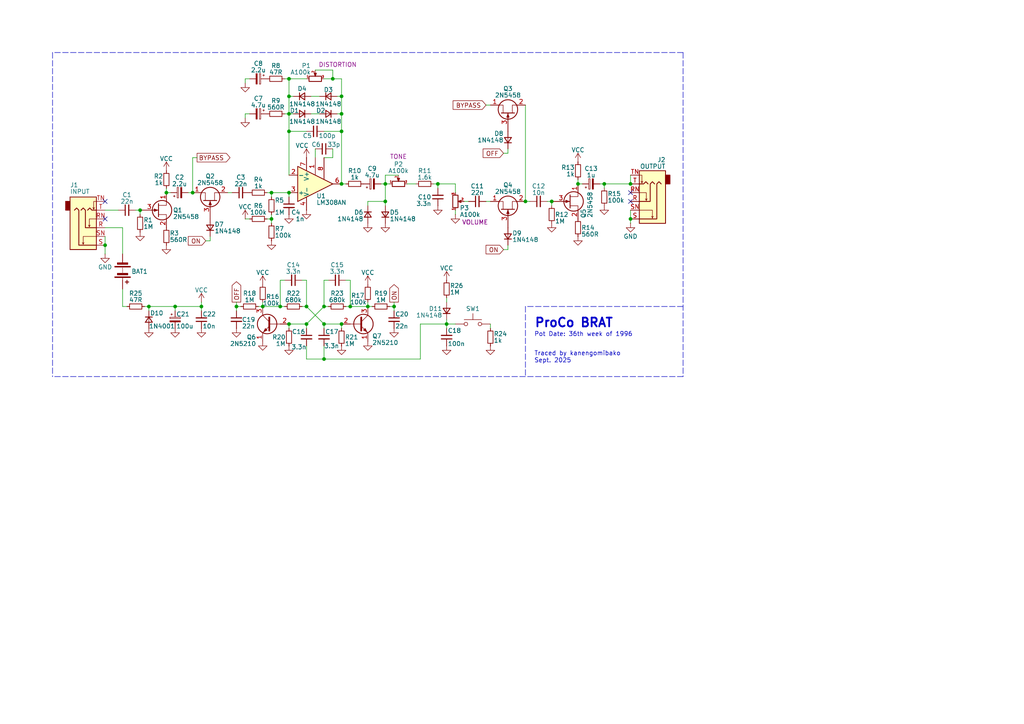
<source format=kicad_sch>
(kicad_sch (version 20250114) (generator "eeschema") (generator_version "9.0")
  (paper "A4")
  (lib_symbols
    (symbol "Amplifier_Operational:OP07" (pin_names (offset 0.127))
      (property "Reference" "U3" (at 8.89 6.4202 0))
      (property "Value" "OP07" (at 8.89 3.8802 0))
      (symbol "OP07_0_1"
        (polyline (pts (xy -5.08 5.08) (xy 5.08 0) (xy -5.08 -5.08) (xy -5.08 5.08)) (stroke (width 0.254)) (fill (type background)))
      )
      (symbol "OP07_1_1"
        (pin input line (at -7.62 2.54 0) (length 2.54) (name "+") (number "3"))
        (pin input line (at -7.62 -2.54 0) (length 2.54) (name "-") (number "2"))
        (pin power_in line (at -2.54 7.62 270) (length 3.81) (name "V-") (number "4"))
        (pin power_in line (at -2.54 -7.62 90) (length 3.81) (name "V+") (number "7"))
        (pin no_connect line (at 0 2.54 270) (length 2.54) (hide yes) (name "NC") (number "5"))
        (pin input line (at 0 -7.62 90) (length 5.08) (name "") (number "1"))
        (pin input line (at 2.54 -7.62 90) (length 6.35) (name "") (number "8"))
        (pin output line (at 7.62 0 180) (length 2.54) (name "~") (number "6"))
      )
    )
    (symbol "Connector_Audio:AudioJack3_Switch"
      (property "Reference" "J" (at 0 11.43 0))
      (property "Value" "AudioJack3_Switch" (at 0 8.89 0))
      (symbol "AudioJack3_Switch_0_1"
        (rectangle (start -5.08 -5.08) (end -6.35 -7.62) (stroke (width 0.254)) (fill (type outline)))
        (polyline (pts (xy -1.905 -5.08) (xy -1.27 -5.715) (xy -0.635 -5.08) (xy -0.635 0) (xy 2.54 0)) (stroke (width 0.254)))
        (polyline (pts (xy -1.27 4.826) (xy -1.016 4.318)))
        (polyline (pts (xy 0 -5.08) (xy 0.635 -5.715) (xy 1.27 -5.08) (xy 2.54 -5.08)) (stroke (width 0.254)))
        (polyline (pts (xy 0.508 -0.254) (xy 0.762 -0.762)))
        (polyline (pts (xy 1.778 -5.334) (xy 2.032 -5.842)))
        (rectangle (start 2.54 6.35) (end -5.08 -8.89) (stroke (width 0.254)) (fill (type background)))
        (polyline (pts (xy 2.54 5.08) (xy -2.54 5.08) (xy -2.54 -5.08) (xy -3.175 -5.715) (xy -3.81 -5.08)) (stroke (width 0.254)))
        (polyline (pts (xy 2.54 2.54) (xy -1.27 2.54) (xy -1.27 4.826) (xy -1.524 4.318)))
        (polyline (pts (xy 2.54 -2.54) (xy 0.508 -2.54) (xy 0.508 -0.254) (xy 0.254 -0.762)))
        (polyline (pts (xy 2.54 -7.62) (xy 1.778 -7.62) (xy 1.778 -5.334) (xy 1.524 -5.842)))
      )
      (symbol "AudioJack3_Switch_1_1"
        (pin passive line (at 5.08 5.08 180) (length 2.54) (name "~") (number "S"))
        (pin passive line (at 5.08 2.54 180) (length 2.54) (name "~") (number "SN"))
        (pin passive line (at 5.08 0 180) (length 2.54) (name "~") (number "R"))
        (pin passive line (at 5.08 -2.54 180) (length 2.54) (name "~") (number "RN"))
        (pin passive line (at 5.08 -5.08 180) (length 2.54) (name "~") (number "T"))
        (pin passive line (at 5.08 -7.62 180) (length 2.54) (name "~") (number "TN"))
      )
    )
    (symbol "Device:Battery" (pin_numbers (hide yes)) (pin_names (offset 0) (hide yes))
      (property "Reference" "BT" (at 2.54 2.54 0))
      (property "Value" "Battery" (at 2.54 0 0))
      (symbol "Battery_0_1"
        (rectangle (start -2.286 1.778) (end 2.286 1.524) (fill (type outline)))
        (rectangle (start -2.286 -1.27) (end 2.286 -1.524) (fill (type outline)))
        (rectangle (start -1.524 1.016) (end 1.524 0.508) (fill (type outline)))
        (rectangle (start -1.524 -2.032) (end 1.524 -2.54) (fill (type outline)))
        (polyline (pts (xy 0 1.778) (xy 0 2.54)))
        (polyline (pts (xy 0 0) (xy 0 0.254)))
        (polyline (pts (xy 0 -0.508) (xy 0 -0.254)))
        (polyline (pts (xy 0 -1.016) (xy 0 -0.762)))
        (polyline (pts (xy 0.762 3.048) (xy 1.778 3.048)) (stroke (width 0.254)))
        (polyline (pts (xy 1.27 3.556) (xy 1.27 2.54)) (stroke (width 0.254)))
      )
      (symbol "Battery_1_1"
        (pin passive line (at 0 5.08 270) (length 2.54) (name "+") (number "1"))
        (pin passive line (at 0 -5.08 90) (length 2.54) (name "-") (number "2"))
      )
    )
    (symbol "Device:C_Polarized_Small" (pin_numbers (hide yes)) (pin_names (offset 0.254) (hide yes))
      (property "Reference" "C" (at 0.254 1.778 0))
      (property "Value" "C_Polarized_Small" (at 0.254 -2.032 0))
      (symbol "C_Polarized_Small_0_1"
        (rectangle (start -1.524 0.6858) (end 1.524 0.3048))
        (rectangle (start -1.524 -0.3048) (end 1.524 -0.6858) (fill (type outline)))
        (polyline (pts (xy -1.27 1.524) (xy -0.762 1.524)))
        (polyline (pts (xy -1.016 1.27) (xy -1.016 1.778)))
      )
      (symbol "C_Polarized_Small_1_1"
        (pin passive line (at 0 2.54 270) (length 1.8542) (name "~") (number "1"))
        (pin passive line (at 0 -2.54 90) (length 1.8542) (name "~") (number "2"))
      )
    )
    (symbol "Device:C_Small" (pin_numbers (hide yes)) (pin_names (offset 0.254) (hide yes))
      (property "Reference" "C" (at 0.254 1.778 0))
      (property "Value" "C_Small" (at 0.254 -2.032 0))
      (symbol "C_Small_0_1"
        (polyline (pts (xy -1.524 0.508) (xy 1.524 0.508)) (stroke (width 0.3048)))
        (polyline (pts (xy -1.524 -0.508) (xy 1.524 -0.508)) (stroke (width 0.3302)))
      )
      (symbol "C_Small_1_1"
        (pin passive line (at 0 2.54 270) (length 2.032) (name "~") (number "1"))
        (pin passive line (at 0 -2.54 90) (length 2.032) (name "~") (number "2"))
      )
    )
    (symbol "Device:D_Small" (pin_numbers (hide yes)) (pin_names (offset 0.254) (hide yes))
      (property "Reference" "D" (at -1.27 2.032 0))
      (property "Value" "D_Small" (at -3.81 -2.032 0))
      (symbol "D_Small_0_1"
        (polyline (pts (xy -0.762 0) (xy 0.762 0)))
        (polyline (pts (xy -0.762 -1.016) (xy -0.762 1.016)) (stroke (width 0.254)))
        (polyline (pts (xy 0.762 -1.016) (xy -0.762 0) (xy 0.762 1.016) (xy 0.762 -1.016)) (stroke (width 0.254)))
      )
      (symbol "D_Small_1_1"
        (pin passive line (at -2.54 0 0) (length 1.778) (name "K") (number "1"))
        (pin passive line (at 2.54 0 180) (length 1.778) (name "A") (number "2"))
      )
    )
    (symbol "Device:Q_NJFET_DSG" (pin_names (offset 0) (hide yes))
      (property "Reference" "Q" (at 5.08 1.27 0))
      (property "Value" "Q_NJFET_DSG" (at 5.08 -1.27 0))
      (symbol "Q_NJFET_DSG_0_1"
        (polyline (pts (xy 0 0) (xy -1.016 0.381) (xy -1.016 -0.381) (xy 0 0)) (fill (type outline)))
        (polyline (pts (xy 0.254 1.905) (xy 0.254 -1.905) (xy 0.254 -1.905)) (stroke (width 0.254)))
        (circle (center 1.27 0) (radius 2.8194) (stroke (width 0.254)))
        (polyline (pts (xy 2.54 2.54) (xy 2.54 1.397) (xy 0.254 1.397)))
        (polyline (pts (xy 2.54 -2.54) (xy 2.54 -1.27) (xy 0.254 -1.27)))
      )
      (symbol "Q_NJFET_DSG_1_1"
        (pin input line (at -5.08 0 0) (length 5.334) (name "G") (number "3"))
        (pin passive line (at 2.54 5.08 270) (length 2.54) (name "D") (number "1"))
        (pin passive line (at 2.54 -5.08 90) (length 2.54) (name "S") (number "2"))
      )
    )
    (symbol "Device:R_Potentiometer_Small" (pin_names (offset 1.016) (hide yes))
      (property "Reference" "RV" (at -4.445 0 90))
      (property "Value" "R_Potentiometer_Small" (at -2.54 0 90))
      (symbol "R_Potentiometer_Small_0_1"
        (rectangle (start 0.762 1.8034) (end -0.762 -1.8034) (stroke (width 0.254)))
        (polyline (pts (xy 0.889 0) (xy 0.635 0) (xy 1.651 0.381) (xy 1.651 -0.381) (xy 0.635 0) (xy 0.889 0)) (fill (type outline)))
      )
      (symbol "R_Potentiometer_Small_1_1"
        (pin passive line (at 0 2.54 270) (length 0.635) (name "1") (number "1"))
        (pin passive line (at 0 -2.54 90) (length 0.635) (name "3") (number "3"))
        (pin passive line (at 2.54 0 180) (length 0.9906) (name "2") (number "2"))
      )
    )
    (symbol "Device:R_Small" (pin_numbers (hide yes)) (pin_names (offset 0.254) (hide yes))
      (property "Reference" "R" (at 0 0 90))
      (property "Value" "R_Small" (at 1.778 0 90))
      (symbol "R_Small_0_1"
        (rectangle (start -0.762 1.778) (end 0.762 -1.778) (stroke (width 0.2032)))
      )
      (symbol "R_Small_1_1"
        (pin passive line (at 0 2.54 270) (length 0.762) (name "~") (number "1"))
        (pin passive line (at 0 -2.54 90) (length 0.762) (name "~") (number "2"))
      )
    )
    (symbol "Switch:SW_Push" (pin_numbers (hide yes)) (pin_names (offset 1.016) (hide yes))
      (property "Reference" "SW" (at 1.27 2.54 0))
      (property "Value" "SW_Push" (at 0 -1.524 0))
      (symbol "SW_Push_0_1"
        (circle (center -2.032 0) (radius 0.508))
        (polyline (pts (xy 0 1.27) (xy 0 3.048)))
        (circle (center 2.032 0) (radius 0.508))
        (polyline (pts (xy 2.54 1.27) (xy -2.54 1.27)))
        (pin passive line (at -5.08 0 0) (length 2.54) (name "1") (number "1"))
        (pin passive line (at 5.08 0 180) (length 2.54) (name "2") (number "2"))
      )
    )
    (symbol "Transistor_BJT:Q_NPN_EBC" (pin_names (offset 0) (hide yes))
      (property "Reference" "Q" (at 5.08 1.27 0))
      (property "Value" "Q_NPN_EBC" (at 5.08 -1.27 0))
      (symbol "Q_NPN_EBC_0_1"
        (polyline (pts (xy -2.54 0) (xy 0.635 0)))
        (polyline (pts (xy 0.635 1.905) (xy 0.635 -1.905)) (stroke (width 0.508)))
        (circle (center 1.27 0) (radius 2.8194) (stroke (width 0.254)))
      )
      (symbol "Q_NPN_EBC_1_1"
        (polyline (pts (xy 0.635 0.635) (xy 2.54 2.54)))
        (polyline (pts (xy 0.635 -0.635) (xy 2.54 -2.54)))
        (polyline (pts (xy 1.27 -1.778) (xy 1.778 -1.27) (xy 2.286 -2.286) (xy 1.27 -1.778)) (fill (type outline)))
        (pin input line (at -5.08 0 0) (length 2.54) (name "B") (number "2"))
        (pin passive line (at 2.54 5.08 270) (length 2.54) (name "C") (number "3"))
        (pin passive line (at 2.54 -5.08 90) (length 2.54) (name "E") (number "1"))
      )
    )
    (symbol "power:GND" (power) (pin_numbers (hide yes)) (pin_names (offset 0) (hide yes))
      (property "Value" "GND" (at 0 -3.81 0))
      (symbol "GND_0_1"
        (polyline (pts (xy 0 0) (xy 0 -1.27) (xy 1.27 -1.27) (xy 0 -2.54) (xy -1.27 -1.27) (xy 0 -1.27)))
      )
      (symbol "GND_1_1"
        (pin power_in line (at 0 0 270) (length 0) (name "~") (number "1"))
      )
    )
    (symbol "power:VCC" (power) (pin_numbers (hide yes)) (pin_names (offset 0) (hide yes))
      (property "Value" "VCC" (at 0 3.556 0))
      (symbol "VCC_0_1"
        (polyline (pts (xy -0.762 1.27) (xy 0 2.54)))
        (polyline (pts (xy 0 2.54) (xy 0.762 1.27)))
        (polyline (pts (xy 0 0) (xy 0 2.54)))
      )
      (symbol "VCC_1_1"
        (pin power_in line (at 0 0 90) (length 0) (name "~") (number "1"))
      )
    )
  )
  (text "ProCo BRAT" (at 154.94 95.25 0) (effects (font (size 2.54 2.54) (thickness 0.508) (bold yes)) (justify left bottom)))
  (text "Pot Date: 36th week of 1996" (at 154.94 97.79 0) (effects (font (size 1.27 1.27)) (justify left bottom)))
  (text "Traced by kanengomibako\nSept. 2025" (at 154.94 105.41 0) (effects (font (size 1.27 1.27)) (justify left bottom)))
  (junction (at 78.74 55.88))
  (junction (at 78.74 63.5))
  (junction (at 88.9 88.9))
  (junction (at 40.64 60.96))
  (junction (at 93.98 88.9))
  (junction (at 111.76 53.34))
  (junction (at 182.88 53.34))
  (junction (at 83.82 33.02))
  (junction (at 93.98 104.14))
  (junction (at 93.98 93.98))
  (junction (at 68.58 88.9))
  (junction (at 114.3 88.9))
  (junction (at 81.28 88.9))
  (junction (at 99.06 27.94))
  (junction (at 101.6 88.9))
  (junction (at 96.52 22.86))
  (junction (at 58.42 88.9))
  (junction (at 111.76 58.42))
  (junction (at 83.82 22.86))
  (junction (at 99.06 93.98))
  (junction (at 83.82 55.88))
  (junction (at 83.82 38.1))
  (junction (at 99.06 53.34))
  (junction (at 129.54 93.98))
  (junction (at 152.4 58.42))
  (junction (at 99.06 38.1))
  (junction (at 30.48 71.12))
  (junction (at 76.2 88.9))
  (junction (at 160.02 58.42))
  (junction (at 127 53.34))
  (junction (at 99.06 33.02))
  (junction (at 55.88 55.88))
  (junction (at 83.82 27.94))
  (junction (at 167.64 53.34))
  (junction (at 106.68 88.9))
  (junction (at 88.9 93.98))
  (junction (at 50.8 88.9))
  (junction (at 182.88 63.5))
  (junction (at 175.26 53.34))
  (junction (at 83.82 93.98))
  (junction (at 48.26 55.88))
  (junction (at 43.18 88.9))
  (no_connect (at 182.88 58.42))
  (no_connect (at 30.48 58.42))
  (no_connect (at 30.48 63.5))
  (no_connect (at 182.88 55.88))
  (polyline (pts (xy 15.24 15.24) (xy 15.24 109.22)) (stroke (width 0) (type dash)))
  (wire (pts (xy 93.98 22.86) (xy 96.52 22.86)))
  (wire (pts (xy 82.55 33.02) (xy 83.82 33.02)))
  (wire (pts (xy 93.98 88.9) (xy 95.25 88.9)))
  (wire (pts (xy 78.74 55.88) (xy 78.74 57.15)))
  (wire (pts (xy 167.64 53.34) (xy 168.91 53.34)))
  (wire (pts (xy 43.18 90.17) (xy 43.18 88.9)))
  (wire (pts (xy 85.09 27.94) (xy 83.82 27.94)))
  (wire (pts (xy 71.12 24.13) (xy 71.12 22.86)))
  (wire (pts (xy 78.74 55.88) (xy 83.82 55.88)))
  (wire (pts (xy 58.42 88.9) (xy 50.8 88.9)))
  (wire (pts (xy 55.88 55.88) (xy 55.88 45.72)))
  (wire (pts (xy 106.68 59.69) (xy 106.68 58.42)))
  (wire (pts (xy 106.68 58.42) (xy 111.76 58.42)))
  (wire (pts (xy 125.73 53.34) (xy 127 53.34)))
  (wire (pts (xy 153.67 58.42) (xy 152.4 58.42)))
  (wire (pts (xy 77.47 55.88) (xy 78.74 55.88)))
  (wire (pts (xy 83.82 27.94) (xy 83.82 33.02)))
  (wire (pts (xy 81.28 88.9) (xy 76.2 88.9)))
  (wire (pts (xy 111.76 50.8) (xy 115.57 50.8)))
  (wire (pts (xy 54.61 55.88) (xy 55.88 55.88)))
  (wire (pts (xy 93.98 81.28) (xy 93.98 88.9)))
  (wire (pts (xy 83.82 22.86) (xy 83.82 27.94)))
  (wire (pts (xy 101.6 81.28) (xy 100.33 81.28)))
  (wire (pts (xy 77.47 63.5) (xy 78.74 63.5)))
  (wire (pts (xy 99.06 27.94) (xy 99.06 33.02)))
  (wire (pts (xy 91.44 43.18) (xy 91.44 45.72)))
  (wire (pts (xy 93.98 81.28) (xy 95.25 81.28)))
  (wire (pts (xy 114.3 88.9) (xy 113.03 88.9)))
  (wire (pts (xy 83.82 38.1) (xy 83.82 50.8)))
  (wire (pts (xy 99.06 33.02) (xy 99.06 38.1)))
  (wire (pts (xy 88.9 93.98) (xy 83.82 93.98)))
  (wire (pts (xy 132.08 53.34) (xy 132.08 55.88)))
  (wire (pts (xy 121.92 93.98) (xy 121.92 104.14)))
  (wire (pts (xy 30.48 66.04) (xy 35.56 66.04)))
  (wire (pts (xy 71.12 33.02) (xy 72.39 33.02)))
  (polyline (pts (xy 198.12 15.24) (xy 15.24 15.24)) (stroke (width 0) (type dash)))
  (wire (pts (xy 147.32 44.45) (xy 147.32 43.18)))
  (wire (pts (xy 83.82 22.86) (xy 88.9 22.86)))
  (wire (pts (xy 91.44 20.32) (xy 96.52 20.32)))
  (wire (pts (xy 140.97 30.48) (xy 142.24 30.48)))
  (wire (pts (xy 111.76 58.42) (xy 111.76 59.69)))
  (wire (pts (xy 93.98 104.14) (xy 88.9 104.14)))
  (polyline (pts (xy 152.4 88.9) (xy 152.4 109.22)) (stroke (width 0) (type dash)))
  (wire (pts (xy 114.3 90.17) (xy 114.3 88.9)))
  (wire (pts (xy 97.79 33.02) (xy 99.06 33.02)))
  (wire (pts (xy 93.98 38.1) (xy 99.06 38.1)))
  (wire (pts (xy 30.48 71.12) (xy 30.48 73.66)))
  (wire (pts (xy 30.48 68.58) (xy 30.48 71.12)))
  (wire (pts (xy 78.74 63.5) (xy 78.74 64.77)))
  (wire (pts (xy 39.37 60.96) (xy 40.64 60.96)))
  (wire (pts (xy 59.69 69.85) (xy 60.96 69.85)))
  (wire (pts (xy 78.74 62.23) (xy 78.74 63.5)))
  (wire (pts (xy 96.52 20.32) (xy 96.52 22.86)))
  (wire (pts (xy 55.88 45.72) (xy 57.15 45.72)))
  (wire (pts (xy 90.17 33.02) (xy 92.71 33.02)))
  (wire (pts (xy 93.98 104.14) (xy 121.92 104.14)))
  (wire (pts (xy 182.88 50.8) (xy 182.88 53.34)))
  (wire (pts (xy 68.58 87.63) (xy 68.58 88.9)))
  (wire (pts (xy 121.92 93.98) (xy 129.54 93.98)))
  (wire (pts (xy 129.54 92.71) (xy 129.54 93.98)))
  (wire (pts (xy 106.68 88.9) (xy 101.6 88.9)))
  (wire (pts (xy 68.58 90.17) (xy 68.58 88.9)))
  (wire (pts (xy 114.3 87.63) (xy 114.3 88.9)))
  (wire (pts (xy 71.12 34.29) (xy 71.12 33.02)))
  (wire (pts (xy 76.2 87.63) (xy 76.2 88.9)))
  (wire (pts (xy 83.82 38.1) (xy 88.9 38.1)))
  (wire (pts (xy 140.97 58.42) (xy 142.24 58.42)))
  (wire (pts (xy 182.88 64.77) (xy 182.88 63.5)))
  (wire (pts (xy 167.64 52.07) (xy 167.64 53.34)))
  (polyline (pts (xy 198.12 15.24) (xy 198.12 109.22)) (stroke (width 0) (type dash)))
  (wire (pts (xy 111.76 53.34) (xy 111.76 50.8)))
  (wire (pts (xy 88.9 100.33) (xy 88.9 104.14)))
  (wire (pts (xy 99.06 95.25) (xy 99.06 93.98)))
  (wire (pts (xy 175.26 53.34) (xy 182.88 53.34)))
  (wire (pts (xy 48.26 54.61) (xy 48.26 55.88)))
  (wire (pts (xy 88.9 95.25) (xy 88.9 93.98)))
  (wire (pts (xy 111.76 53.34) (xy 111.76 58.42)))
  (wire (pts (xy 182.88 60.96) (xy 182.88 63.5)))
  (polyline (pts (xy 198.12 88.9) (xy 152.4 88.9)) (stroke (width 0) (type dash)))
  (wire (pts (xy 35.56 83.82) (xy 35.56 88.9)))
  (wire (pts (xy 97.79 27.94) (xy 99.06 27.94)))
  (wire (pts (xy 129.54 93.98) (xy 132.08 93.98)))
  (wire (pts (xy 127 53.34) (xy 132.08 53.34)))
  (wire (pts (xy 88.9 93.98) (xy 93.98 88.9)))
  (wire (pts (xy 83.82 33.02) (xy 85.09 33.02)))
  (wire (pts (xy 76.2 88.9) (xy 74.93 88.9)))
  (wire (pts (xy 88.9 81.28) (xy 87.63 81.28)))
  (wire (pts (xy 90.17 27.94) (xy 92.71 27.94)))
  (wire (pts (xy 100.33 88.9) (xy 101.6 88.9)))
  (polyline (pts (xy 198.12 109.22) (xy 15.24 109.22)) (stroke (width 0) (type dash)))
  (wire (pts (xy 67.31 55.88) (xy 66.04 55.88)))
  (wire (pts (xy 88.9 81.28) (xy 88.9 88.9)))
  (wire (pts (xy 101.6 81.28) (xy 101.6 88.9)))
  (wire (pts (xy 35.56 66.04) (xy 35.56 73.66)))
  (wire (pts (xy 83.82 33.02) (xy 83.82 38.1)))
  (wire (pts (xy 118.11 53.34) (xy 120.65 53.34)))
  (wire (pts (xy 83.82 93.98) (xy 83.82 95.25)))
  (wire (pts (xy 142.24 93.98) (xy 142.24 95.25)))
  (wire (pts (xy 129.54 86.36) (xy 129.54 87.63)))
  (wire (pts (xy 93.98 93.98) (xy 93.98 95.25)))
  (wire (pts (xy 43.18 88.9) (xy 50.8 88.9)))
  (wire (pts (xy 158.75 58.42) (xy 160.02 58.42)))
  (wire (pts (xy 71.12 63.5) (xy 72.39 63.5)))
  (wire (pts (xy 60.96 69.85) (xy 60.96 68.58)))
  (wire (pts (xy 68.58 88.9) (xy 69.85 88.9)))
  (wire (pts (xy 81.28 88.9) (xy 82.55 88.9)))
  (wire (pts (xy 30.48 60.96) (xy 34.29 60.96)))
  (wire (pts (xy 146.05 44.45) (xy 147.32 44.45)))
  (wire (pts (xy 99.06 22.86) (xy 99.06 27.94)))
  (wire (pts (xy 99.06 38.1) (xy 99.06 53.34)))
  (wire (pts (xy 71.12 22.86) (xy 72.39 22.86)))
  (wire (pts (xy 93.98 100.33) (xy 93.98 104.14)))
  (wire (pts (xy 96.52 22.86) (xy 99.06 22.86)))
  (wire (pts (xy 152.4 58.42) (xy 152.4 30.48)))
  (wire (pts (xy 147.32 72.39) (xy 147.32 71.12)))
  (wire (pts (xy 58.42 88.9) (xy 58.42 90.17)))
  (wire (pts (xy 110.49 53.34) (xy 111.76 53.34)))
  (wire (pts (xy 87.63 88.9) (xy 88.9 88.9)))
  (wire (pts (xy 175.26 53.34) (xy 173.99 53.34)))
  (wire (pts (xy 96.52 43.18) (xy 96.52 45.72)))
  (wire (pts (xy 81.28 81.28) (xy 82.55 81.28)))
  (wire (pts (xy 40.64 60.96) (xy 40.64 62.23)))
  (wire (pts (xy 48.26 55.88) (xy 49.53 55.88)))
  (wire (pts (xy 35.56 88.9) (xy 36.83 88.9)))
  (wire (pts (xy 93.98 45.72) (xy 96.52 45.72)))
  (wire (pts (xy 106.68 88.9) (xy 107.95 88.9)))
  (wire (pts (xy 127 53.34) (xy 127 54.61)))
  (wire (pts (xy 81.28 81.28) (xy 81.28 88.9)))
  (wire (pts (xy 146.05 72.39) (xy 147.32 72.39)))
  (wire (pts (xy 58.42 87.63) (xy 58.42 88.9)))
  (wire (pts (xy 175.26 53.34) (xy 175.26 54.61)))
  (wire (pts (xy 41.91 88.9) (xy 43.18 88.9)))
  (wire (pts (xy 82.55 22.86) (xy 83.82 22.86)))
  (wire (pts (xy 129.54 93.98) (xy 129.54 95.25)))
  (wire (pts (xy 113.03 53.34) (xy 111.76 53.34)))
  (wire (pts (xy 132.08 62.23) (xy 132.08 60.96)))
  (wire (pts (xy 106.68 87.63) (xy 106.68 88.9)))
  (wire (pts (xy 50.8 90.17) (xy 50.8 88.9)))
  (wire (pts (xy 160.02 58.42) (xy 160.02 59.69)))
  (wire (pts (xy 134.62 58.42) (xy 135.89 58.42)))
  (wire (pts (xy 88.9 88.9) (xy 93.98 93.98)))
  (wire (pts (xy 83.82 55.88) (xy 83.82 57.15)))
  (wire (pts (xy 99.06 53.34) (xy 100.33 53.34)))
  (wire (pts (xy 93.98 93.98) (xy 99.06 93.98)))
  (global_label "ON" (shape input) (at 146.05 72.39 180) (property "Intersheetrefs" "${INTERSHEET_REFS}" (effects (hide yes))))
  (global_label "BYPASS" (shape output) (at 57.15 45.72 0) (property "Intersheetrefs" "${INTERSHEET_REFS}" (effects (hide yes))))
  (global_label "BYPASS" (shape input) (at 140.97 30.48 180) (property "Intersheetrefs" "${INTERSHEET_REFS}" (effects (hide yes))))
  (global_label "OFF" (shape output) (at 68.58 87.63 90) (property "Intersheetrefs" "${INTERSHEET_REFS}" (effects (hide yes))))
  (global_label "ON" (shape output) (at 114.3 87.63 90) (property "Intersheetrefs" "${INTERSHEET_REFS}" (effects (hide yes))))
  (global_label "ON" (shape input) (at 59.69 69.85 180) (property "Intersheetrefs" "${INTERSHEET_REFS}" (effects (hide yes))))
  (global_label "OFF" (shape input) (at 146.05 44.45 180) (property "Intersheetrefs" "${INTERSHEET_REFS}" (effects (hide yes))))
  (symbol (lib_id "Device:C_Small") (at 129.54 97.79 0) (mirror x) (unit 1)
    (property "Reference" "C18" (at 129.8575 95.885 0) (effects (justify left)))
    (property "Value" "100n" (at 129.8575 99.695 0) (effects (justify left)))
    (property "Footprint" "myFoot:my_R_P8mm_Horizontal" (effects (hide yes)))
    (property "Description" "Unpolarized capacitor, small symbol" (effects (hide yes)))
  )
  (symbol (lib_id "Device:D_Small") (at 60.96 66.04 270) (mirror x) (unit 1)
    (property "Reference" "D7" (at 62.23 65.0875 90) (effects (justify left)))
    (property "Value" "1N4148" (at 62.23 66.9925 90) (effects (justify left)))
    (property "Footprint" "Diode_THT:D_DO-35_SOD27_P10.16mm_Horizontal" (effects (hide yes)))
    (property "Description" "Diode, small symbol" (effects (hide yes)))
    (property "Sim.Device" "D" (effects (hide yes)))
    (property "Sim.Pins" "1=K 2=A" (effects (hide yes)))
  )
  (symbol (lib_id "Device:C_Polarized_Small") (at 171.45 53.34 90) (unit 1)
    (property "Reference" "C13" (at 171.45 48.895 90))
    (property "Value" "1u" (at 171.45 50.8 90))
    (property "Footprint" "Capacitor_THT:CP_Radial_Tantal_D4.5mm_P5.00mm" (effects (hide yes)))
    (property "Description" "Polarized capacitor, small symbol" (effects (hide yes)))
  )
  (symbol (lib_id "power:VCC") (at 76.2 82.55 0) (mirror y) (unit 1)
    (property "Reference" "#PWR030" (effects (hide yes)))
    (property "Value" "VCC" (at 76.2 79.0575 0))
    (property "Description" "Power symbol creates a global label with name \"VCC\"" (effects (hide yes)))
  )
  (symbol (lib_id "power:GND") (at 76.2 99.06 0) (mirror y) (unit 1)
    (property "Reference" "#PWR034" (effects (hide yes)))
    (property "Value" "GND" (effects (hide yes)))
    (property "Description" "Power symbol creates a global label with name \"GND\" , ground" (effects (hide yes)))
  )
  (symbol (lib_id "Device:R_Potentiometer_Small") (at 115.57 53.34 90) (unit 1)
    (property "Reference" "P2" (at 115.57 47.625 90))
    (property "Value" "A100k" (at 115.57 49.53 90))
    (property "Footprint" "myFoot:my_pot" (effects (hide yes)))
    (property "Description" "TONE" (at 115.57 45.4025 90))
  )
  (symbol (lib_id "Device:R_Small") (at 167.64 66.04 0) (mirror x) (unit 1)
    (property "Reference" "R14" (at 168.5925 66.04 0) (effects (justify left)))
    (property "Value" "560R" (at 168.5925 67.945 0) (effects (justify left)))
    (property "Footprint" "myFoot:my_R_P10mm_Horizontal" (effects (hide yes)))
    (property "Description" "Resistor, small symbol" (effects (hide yes)))
  )
  (symbol (lib_id "power:VCC") (at 106.68 82.55 0) (mirror y) (unit 1)
    (property "Reference" "#PWR029" (effects (hide yes)))
    (property "Value" "VCC" (at 106.68 79.0575 0))
    (property "Description" "Power symbol creates a global label with name \"VCC\"" (effects (hide yes)))
  )
  (symbol (lib_id "power:GND") (at 129.54 100.33 0) (unit 1)
    (property "Reference" "#PWR028" (effects (hide yes)))
    (property "Value" "GND" (effects (hide yes)))
    (property "Description" "Power symbol creates a global label with name \"GND\" , ground" (effects (hide yes)))
  )
  (symbol (lib_id "power:GND") (at 83.82 62.23 0) (unit 1)
    (property "Reference" "#PWR011" (effects (hide yes)))
    (property "Value" "GND" (effects (hide yes)))
    (property "Description" "Power symbol creates a global label with name \"GND\" , ground" (effects (hide yes)))
  )
  (symbol (lib_id "Device:D_Small") (at 95.25 33.02 180) (unit 1)
    (property "Reference" "D2" (at 93.0275 32.0675 0))
    (property "Value" "1N4148" (at 95.25 35.2425 0))
    (property "Footprint" "Diode_THT:D_DO-35_SOD27_P10.16mm_Horizontal" (effects (hide yes)))
    (property "Description" "Diode, small symbol" (effects (hide yes)))
    (property "Sim.Device" "D" (effects (hide yes)))
    (property "Sim.Pins" "1=K 2=A" (effects (hide yes)))
  )
  (symbol (lib_id "Device:R_Small") (at 74.93 55.88 270) (mirror x) (unit 1)
    (property "Reference" "R4" (at 74.93 52.07 90))
    (property "Value" "1k" (at 74.93 53.975 90))
    (property "Footprint" "myFoot:my_R_P10mm_Horizontal" (effects (hide yes)))
    (property "Description" "Resistor, small symbol" (effects (hide yes)))
  )
  (symbol (lib_id "Transistor_BJT:Q_NPN_EBC") (at 104.14 93.98 0) (unit 1)
    (property "Reference" "Q7" (at 107.95 97.4725 0) (effects (justify left)))
    (property "Value" "2N5210" (at 107.95 99.3775 0) (effects (justify left)))
    (property "Footprint" "Package_TO_SOT_THT:TO-92L_Inline_Wide" (effects (hide yes)))
    (property "Description" "NPN transistor, emitter/base/collector" (effects (hide yes)))
  )
  (symbol (lib_id "Device:C_Small") (at 85.09 81.28 270) (mirror x) (unit 1)
    (property "Reference" "C14" (at 85.09 76.835 90))
    (property "Value" "3.3n" (at 85.09 78.74 90))
    (property "Footprint" "myFoot:my_R_P8mm_Horizontal" (effects (hide yes)))
    (property "Description" "Unpolarized capacitor, small symbol" (effects (hide yes)))
  )
  (symbol (lib_id "Device:D_Small") (at 87.63 33.02 180) (unit 1)
    (property "Reference" "D1" (at 85.4075 32.0675 0))
    (property "Value" "1N4148" (at 87.63 35.2425 0))
    (property "Footprint" "Diode_THT:D_DO-35_SOD27_P10.16mm_Horizontal" (effects (hide yes)))
    (property "Description" "Diode, small symbol" (effects (hide yes)))
    (property "Sim.Device" "D" (effects (hide yes)))
    (property "Sim.Pins" "1=K 2=A" (effects (hide yes)))
  )
  (symbol (lib_id "Device:Q_NJFET_DSG") (at 147.32 60.96 90) (unit 1)
    (property "Reference" "Q4" (at 147.32 53.6575 90))
    (property "Value" "2N5458" (at 147.32 55.5625 90))
    (property "Footprint" "Package_TO_SOT_THT:TO-92L_Inline_Wide" (effects (hide yes)))
    (property "Description" "N-JFET transistor, drain/source/gate" (effects (hide yes)))
  )
  (symbol (lib_id "Device:R_Potentiometer_Small") (at 91.44 22.86 90) (unit 1)
    (property "Reference" "P1" (at 90.17 19.05 90) (effects (justify left)))
    (property "Value" "A100k" (at 90.17 20.955 90) (effects (justify left)))
    (property "Footprint" "myFoot:my_pot" (effects (hide yes)))
    (property "Description" "DISTORTION" (at 92.3925 18.7325 90) (effects (justify right)))
  )
  (symbol (lib_id "Transistor_BJT:Q_NPN_EBC") (at 78.74 93.98 0) (mirror y) (unit 1)
    (property "Reference" "Q6" (at 74.295 97.79 0) (effects (justify left)))
    (property "Value" "2N5210" (at 74.295 99.695 0) (effects (justify left)))
    (property "Footprint" "Package_TO_SOT_THT:TO-92L_Inline_Wide" (effects (hide yes)))
    (property "Description" "NPN transistor, emitter/base/collector" (effects (hide yes)))
  )
  (symbol (lib_id "Connector_Audio:AudioJack3_Switch") (at 187.96 58.42 180) (unit 1)
    (property "Reference" "J2" (at 193.04 46.355 0) (effects (justify left)))
    (property "Value" "OUTPUT" (at 193.04 48.26 0) (effects (justify left)))
    (property "Footprint" "myFoot:my_Phone_Jack_Daier" (effects (hide yes)))
    (property "Description" "Audio Jack, 3 Poles (Stereo / TRS), Switched Poles (Normalling)" (effects (hide yes)))
  )
  (symbol (lib_id "Device:R_Small") (at 76.2 85.09 0) (mirror x) (unit 1)
    (property "Reference" "R16" (at 77.1525 86.0425 0) (effects (justify left)))
    (property "Value" "100k" (at 76.2 87.9475 0) (effects (justify left)))
    (property "Footprint" "myFoot:my_R_P10mm_Horizontal" (effects (hide yes)))
    (property "Description" "Resistor, small symbol" (effects (hide yes)))
  )
  (symbol (lib_id "Device:R_Small") (at 80.01 33.02 270) (mirror x) (unit 1)
    (property "Reference" "R9" (at 80.01 29.21 90))
    (property "Value" "560R" (at 80.01 31.115 90))
    (property "Footprint" "myFoot:my_R_P10mm_Horizontal" (effects (hide yes)))
    (property "Description" "Resistor, small symbol" (effects (hide yes)))
  )
  (symbol (lib_id "power:VCC") (at 88.9 45.72 0) (unit 1)
    (property "Reference" "#PWR017" (effects (hide yes)))
    (property "Value" "VCC" (at 89.535 42.2275 0) (effects (justify right)))
    (property "Description" "Power symbol creates a global label with name \"VCC\"" (effects (hide yes)))
  )
  (symbol (lib_id "Device:D_Small") (at 87.63 27.94 0) (unit 1)
    (property "Reference" "D4" (at 87.63 25.7175 0))
    (property "Value" "1N4148" (at 87.63 30.1625 0))
    (property "Footprint" "Diode_THT:D_DO-35_SOD27_P10.16mm_Horizontal" (effects (hide yes)))
    (property "Description" "Diode, small symbol" (effects (hide yes)))
    (property "Sim.Device" "D" (effects (hide yes)))
    (property "Sim.Pins" "1=K 2=A" (effects (hide yes)))
  )
  (symbol (lib_id "Device:R_Small") (at 142.24 97.79 0) (unit 1)
    (property "Reference" "R24" (at 143.1925 96.8375 0) (effects (justify left)))
    (property "Value" "1k" (at 143.1925 98.7425 0) (effects (justify left)))
    (property "Footprint" "myFoot:my_R_P10mm_Horizontal" (effects (hide yes)))
    (property "Description" "Resistor, small symbol" (effects (hide yes)))
  )
  (symbol (lib_id "Device:R_Small") (at 72.39 88.9 270) (unit 1)
    (property "Reference" "R18" (at 72.39 85.09 90))
    (property "Value" "1M" (at 72.39 86.995 90))
    (property "Footprint" "myFoot:my_R_P10mm_Horizontal" (effects (hide yes)))
    (property "Description" "Resistor, small symbol" (effects (hide yes)))
  )
  (symbol (lib_id "Device:C_Small") (at 114.3 92.71 0) (unit 1)
    (property "Reference" "C20" (at 114.6175 91.1225 0) (effects (justify left)))
    (property "Value" "22n" (at 114.6175 94.615 0) (effects (justify left)))
    (property "Footprint" "myFoot:my_R_P8mm_Horizontal" (effects (hide yes)))
    (property "Description" "Unpolarized capacitor, small symbol" (effects (hide yes)))
  )
  (symbol (lib_id "Device:D_Small") (at 147.32 40.64 90) (unit 1)
    (property "Reference" "D8" (at 146.05 38.735 90) (effects (justify left)))
    (property "Value" "1N4148" (at 146.05 40.64 90) (effects (justify left)))
    (property "Footprint" "Diode_THT:D_DO-35_SOD27_P10.16mm_Horizontal" (effects (hide yes)))
    (property "Description" "Diode, small symbol" (effects (hide yes)))
    (property "Sim.Device" "D" (effects (hide yes)))
    (property "Sim.Pins" "1=K 2=A" (effects (hide yes)))
  )
  (symbol (lib_id "Device:Q_NJFET_DSG") (at 60.96 58.42 90) (unit 1)
    (property "Reference" "Q2" (at 60.96 51.1175 90))
    (property "Value" "2N5458" (at 60.96 53.0225 90))
    (property "Footprint" "Package_TO_SOT_THT:TO-92L_Inline_Wide" (effects (hide yes)))
    (property "Description" "N-JFET transistor, drain/source/gate" (effects (hide yes)))
  )
  (symbol (lib_id "power:GND") (at 58.42 95.25 0) (unit 1)
    (property "Reference" "#PWR04" (effects (hide yes)))
    (property "Value" "GND" (effects (hide yes)))
    (property "Description" "Power symbol creates a global label with name \"GND\" , ground" (effects (hide yes)))
  )
  (symbol (lib_id "Amplifier_Operational:OP07") (at 91.44 53.34 0) (mirror x) (unit 1)
    (property "Reference" "U1" (at 91.7575 56.8325 0) (effects (justify left)))
    (property "Value" "LM308AN" (at 91.7575 58.7375 0) (effects (justify left)))
    (property "Footprint" "Package_DIP:DIP-8_W7.62mm" (effects (hide yes)))
  )
  (symbol (lib_id "Device:Q_NJFET_DSG") (at 45.72 60.96 0) (unit 1)
    (property "Reference" "Q1" (at 50.165 60.96 0) (effects (justify left)))
    (property "Value" "2N5458" (at 50.165 62.865 0) (effects (justify left)))
    (property "Footprint" "Package_TO_SOT_THT:TO-92L_Inline_Wide" (effects (hide yes)))
    (property "Description" "N-JFET transistor, drain/source/gate" (effects (hide yes)))
  )
  (symbol (lib_id "Device:C_Small") (at 93.98 97.79 0) (unit 1)
    (property "Reference" "C17" (at 94.2975 96.2025 0) (effects (justify left)))
    (property "Value" "3.3n" (at 93.98 100.33 0) (effects (justify left)))
    (property "Footprint" "myFoot:my_R_P8mm_Horizontal" (effects (hide yes)))
    (property "Description" "Unpolarized capacitor, small symbol" (effects (hide yes)))
  )
  (symbol (lib_id "Device:C_Small") (at 69.85 55.88 90) (mirror x) (unit 1)
    (property "Reference" "C3" (at 69.85 51.435 90))
    (property "Value" "22n" (at 69.85 53.34 90))
    (property "Footprint" "myFoot:my_R_P8mm_Horizontal" (effects (hide yes)))
    (property "Description" "Unpolarized capacitor, small symbol" (effects (hide yes)))
  )
  (symbol (lib_id "Device:R_Small") (at 99.06 97.79 0) (unit 1)
    (property "Reference" "R21" (at 100.0125 97.79 0) (effects (justify left)))
    (property "Value" "1M" (at 100.0125 99.695 0) (effects (justify left)))
    (property "Footprint" "myFoot:my_R_P10mm_Horizontal" (effects (hide yes)))
    (property "Description" "Resistor, small symbol" (effects (hide yes)))
  )
  (symbol (lib_id "power:GND") (at 111.76 64.77 0) (unit 1)
    (property "Reference" "#PWR048" (effects (hide yes)))
    (property "Value" "GND" (effects (hide yes)))
    (property "Description" "Power symbol creates a global label with name \"GND\" , ground" (effects (hide yes)))
  )
  (symbol (lib_id "Device:C_Small") (at 138.43 58.42 90) (mirror x) (unit 1)
    (property "Reference" "C11" (at 138.43 53.975 90))
    (property "Value" "22n" (at 138.43 55.88 90))
    (property "Footprint" "myFoot:my_R_P8mm_Horizontal" (effects (hide yes)))
    (property "Description" "Unpolarized capacitor, small symbol" (effects (hide yes)))
  )
  (symbol (lib_id "Device:R_Small") (at 48.26 68.58 0) (unit 1)
    (property "Reference" "R3" (at 49.2125 67.6275 0) (effects (justify left)))
    (property "Value" "560R" (at 49.2125 69.5325 0) (effects (justify left)))
    (property "Footprint" "myFoot:my_R_P10mm_Horizontal" (effects (hide yes)))
    (property "Description" "Resistor, small symbol" (effects (hide yes)))
  )
  (symbol (lib_id "power:GND") (at 30.48 73.66 0) (unit 1)
    (property "Reference" "#PWR01" (effects (hide yes)))
    (property "Value" "GND" (at 30.48 77.47 0))
    (property "Description" "Power symbol creates a global label with name \"GND\" , ground" (effects (hide yes)))
  )
  (symbol (lib_id "Device:R_Small") (at 39.37 88.9 270) (mirror x) (unit 1)
    (property "Reference" "R25" (at 39.37 85.09 90))
    (property "Value" "47R" (at 39.37 86.995 90))
    (property "Footprint" "myFoot:my_R_P10mm_Horizontal" (effects (hide yes)))
    (property "Description" "Resistor, small symbol" (effects (hide yes)))
  )
  (symbol (lib_id "Device:R_Potentiometer_Small") (at 132.08 58.42 0) (mirror x) (unit 1)
    (property "Reference" "P3" (at 133.35 60.325 0) (effects (justify left)))
    (property "Value" "A100k" (at 133.35 62.23 0) (effects (justify left)))
    (property "Footprint" "myFoot:my_pot" (effects (hide yes)))
    (property "Description" "VOLUME" (at 133.985 64.4525 0) (effects (justify left)))
  )
  (symbol (lib_id "power:VCC") (at 71.12 63.5 0) (unit 1)
    (property "Reference" "#PWR09" (effects (hide yes)))
    (property "Value" "VCC" (at 71.12 60.0075 0))
    (property "Description" "Power symbol creates a global label with name \"VCC\"" (effects (hide yes)))
  )
  (symbol (lib_id "Device:D_Small") (at 129.54 90.17 90) (unit 1)
    (property "Reference" "D11" (at 128.27 89.535 90) (effects (justify left)))
    (property "Value" "1N4148" (at 128.27 91.44 90) (effects (justify left)))
    (property "Footprint" "Diode_THT:D_DO-35_SOD27_P10.16mm_Horizontal" (effects (hide yes)))
    (property "Description" "Diode, small symbol" (effects (hide yes)))
    (property "Sim.Device" "D" (effects (hide yes)))
    (property "Sim.Pins" "1=K 2=A" (effects (hide yes)))
  )
  (symbol (lib_id "power:GND") (at 71.12 24.13 0) (unit 1)
    (property "Reference" "#PWR046" (effects (hide yes)))
    (property "Value" "GND" (effects (hide yes)))
    (property "Description" "Power symbol creates a global label with name \"GND\" , ground" (effects (hide yes)))
  )
  (symbol (lib_id "Device:C_Small") (at 93.98 43.18 270) (unit 1)
    (property "Reference" "C6" (at 93.0275 41.91 90) (effects (justify right)))
    (property "Value" "33p" (at 94.9325 41.91 90) (effects (justify left)))
    (property "Footprint" "myFoot:my_R_P8mm_Horizontal" (effects (hide yes)))
    (property "Description" "Unpolarized capacitor, small symbol" (effects (hide yes)))
  )
  (symbol (lib_id "Device:C_Polarized_Small") (at 52.07 55.88 90) (unit 1)
    (property "Reference" "C2" (at 52.07 51.435 90))
    (property "Value" "2.2u" (at 52.07 53.34 90))
    (property "Footprint" "Capacitor_THT:CP_Radial_Tantal_D4.5mm_P5.00mm" (effects (hide yes)))
    (property "Description" "Polarized capacitor, small symbol" (effects (hide yes)))
  )
  (symbol (lib_id "power:GND") (at 83.82 100.33 0) (mirror y) (unit 1)
    (property "Reference" "#PWR033" (effects (hide yes)))
    (property "Value" "GND" (effects (hide yes)))
    (property "Description" "Power symbol creates a global label with name \"GND\" , ground" (effects (hide yes)))
  )
  (symbol (lib_id "power:GND") (at 48.26 71.12 0) (unit 1)
    (property "Reference" "#PWR045" (effects (hide yes)))
    (property "Value" "GND" (effects (hide yes)))
    (property "Description" "Power symbol creates a global label with name \"GND\" , ground" (effects (hide yes)))
  )
  (symbol (lib_id "Device:C_Polarized_Small") (at 74.93 33.02 270) (unit 1)
    (property "Reference" "C7" (at 74.93 28.575 90))
    (property "Value" "4.7u" (at 74.93 30.48 90))
    (property "Footprint" "Capacitor_THT:CP_Radial_Tantal_D4.5mm_P5.00mm" (effects (hide yes)))
    (property "Description" "Polarized capacitor, small symbol" (effects (hide yes)))
  )
  (symbol (lib_id "Device:C_Polarized_Small") (at 50.8 92.71 0) (unit 1)
    (property "Reference" "C21" (at 51.1175 91.1225 0) (effects (justify left)))
    (property "Value" "100u" (at 51.1175 94.615 0) (effects (justify left)))
    (property "Footprint" "Capacitor_THT:CP_Radial_Tantal_D4.5mm_P5.00mm" (effects (hide yes)))
    (property "Description" "Polarized capacitor, small symbol" (effects (hide yes)))
  )
  (symbol (lib_id "power:GND") (at 167.64 68.58 0) (unit 1)
    (property "Reference" "#PWR015" (effects (hide yes)))
    (property "Value" "GND" (effects (hide yes)))
    (property "Description" "Power symbol creates a global label with name \"GND\" , ground" (effects (hide yes)))
  )
  (symbol (lib_id "Device:D_Small") (at 106.68 62.23 270) (unit 1)
    (property "Reference" "D6" (at 105.41 61.595 90) (effects (justify right)))
    (property "Value" "1N4148" (at 105.41 63.5 90) (effects (justify right)))
    (property "Footprint" "Diode_THT:D_DO-35_SOD27_P10.16mm_Horizontal" (effects (hide yes)))
    (property "Description" "Diode, small symbol" (effects (hide yes)))
    (property "Sim.Device" "D" (effects (hide yes)))
    (property "Sim.Pins" "1=K 2=A" (effects (hide yes)))
  )
  (symbol (lib_id "power:GND") (at 71.12 34.29 0) (unit 1)
    (property "Reference" "#PWR012" (effects (hide yes)))
    (property "Value" "GND" (effects (hide yes)))
    (property "Description" "Power symbol creates a global label with name \"GND\" , ground" (effects (hide yes)))
  )
  (symbol (lib_id "Device:Q_NJFET_DSG") (at 165.1 58.42 0) (unit 1)
    (property "Reference" "Q5" (at 169.2275 61.9125 90))
    (property "Value" "2N5458" (at 171.1325 59.3725 90))
    (property "Footprint" "Package_TO_SOT_THT:TO-92L_Inline_Wide" (effects (hide yes)))
    (property "Description" "N-JFET transistor, drain/source/gate" (effects (hide yes)))
  )
  (symbol (lib_id "Device:Q_NJFET_DSG") (at 147.32 33.02 90) (unit 1)
    (property "Reference" "Q3" (at 147.32 25.7175 90))
    (property "Value" "2N5458" (at 147.32 27.6225 90))
    (property "Footprint" "Package_TO_SOT_THT:TO-92L_Inline_Wide" (effects (hide yes)))
    (property "Description" "N-JFET transistor, drain/source/gate" (effects (hide yes)))
  )
  (symbol (lib_id "Device:D_Small") (at 147.32 68.58 270) (mirror x) (unit 1)
    (property "Reference" "D9" (at 148.59 67.6275 90) (effects (justify left)))
    (property "Value" "1N4148" (at 148.59 69.5325 90) (effects (justify left)))
    (property "Footprint" "Diode_THT:D_DO-35_SOD27_P10.16mm_Horizontal" (effects (hide yes)))
    (property "Description" "Diode, small symbol" (effects (hide yes)))
    (property "Sim.Device" "D" (effects (hide yes)))
    (property "Sim.Pins" "1=K 2=A" (effects (hide yes)))
  )
  (symbol (lib_id "power:GND") (at 142.24 100.33 0) (unit 1)
    (property "Reference" "#PWR027" (effects (hide yes)))
    (property "Value" "GND" (effects (hide yes)))
    (property "Description" "Power symbol creates a global label with name \"GND\" , ground" (effects (hide yes)))
  )
  (symbol (lib_id "Device:R_Small") (at 123.19 53.34 270) (mirror x) (unit 1)
    (property "Reference" "R11" (at 123.19 49.53 90))
    (property "Value" "1.6k" (at 123.19 51.435 90))
    (property "Footprint" "myFoot:my_R_P10mm_Horizontal" (effects (hide yes)))
    (property "Description" "Resistor, small symbol" (effects (hide yes)))
  )
  (symbol (lib_id "Device:R_Small") (at 78.74 59.69 0) (unit 1)
    (property "Reference" "R5" (at 79.6925 58.1025 0) (effects (justify left)))
    (property "Value" "1M" (at 79.6925 61.595 0) (effects (justify left)))
    (property "Footprint" "myFoot:my_R_P10mm_Horizontal" (effects (hide yes)))
    (property "Description" "Resistor, small symbol" (effects (hide yes)))
  )
  (symbol (lib_id "power:VCC") (at 48.26 49.53 0) (unit 1)
    (property "Reference" "#PWR026" (effects (hide yes)))
    (property "Value" "VCC" (at 48.26 46.0375 0))
    (property "Description" "Power symbol creates a global label with name \"VCC\"" (effects (hide yes)))
  )
  (symbol (lib_id "Device:C_Small") (at 68.58 92.71 0) (unit 1)
    (property "Reference" "C19" (at 70.1675 92.71 0) (effects (justify left)))
    (property "Value" "22n" (at 70.1675 94.615 0) (effects (justify left)))
    (property "Footprint" "myFoot:my_R_P8mm_Horizontal" (effects (hide yes)))
    (property "Description" "Unpolarized capacitor, small symbol" (effects (hide yes)))
  )
  (symbol (lib_id "Device:R_Small") (at 102.87 53.34 270) (mirror x) (unit 1)
    (property "Reference" "R10" (at 102.87 49.53 90))
    (property "Value" "1k" (at 102.87 51.435 90))
    (property "Footprint" "myFoot:my_R_P10mm_Horizontal" (effects (hide yes)))
    (property "Description" "Resistor, small symbol" (effects (hide yes)))
  )
  (symbol (lib_id "Device:R_Small") (at 83.82 97.79 0) (mirror y) (unit 1)
    (property "Reference" "R20" (at 82.8675 97.79 0) (effects (justify left)))
    (property "Value" "1M" (at 82.8675 99.695 0) (effects (justify left)))
    (property "Footprint" "myFoot:my_R_P10mm_Horizontal" (effects (hide yes)))
    (property "Description" "Resistor, small symbol" (effects (hide yes)))
  )
  (symbol (lib_id "Device:C_Small") (at 97.79 81.28 270) (mirror x) (unit 1)
    (property "Reference" "C15" (at 97.79 76.835 90))
    (property "Value" "3.3n" (at 97.79 78.74 90))
    (property "Footprint" "myFoot:my_R_P8mm_Horizontal" (effects (hide yes)))
    (property "Description" "Unpolarized capacitor, small symbol" (effects (hide yes)))
  )
  (symbol (lib_id "Device:Battery") (at 35.56 78.74 0) (mirror x) (unit 1)
    (property "Reference" "BAT1" (at 38.1 78.74 0) (effects (justify left)))
    (property "Value" "9V" (effects (hide yes)))
    (property "Footprint" "myFoot:my_conn" (effects (hide yes)))
    (property "Description" "Multiple-cell battery" (effects (hide yes)))
  )
  (symbol (lib_id "Device:R_Small") (at 160.02 62.23 0) (mirror x) (unit 1)
    (property "Reference" "R12" (at 160.9725 62.23 0) (effects (justify left)))
    (property "Value" "1M" (at 160.9725 64.135 0) (effects (justify left)))
    (property "Footprint" "myFoot:my_R_P10mm_Horizontal" (effects (hide yes)))
    (property "Description" "Resistor, small symbol" (effects (hide yes)))
  )
  (symbol (lib_id "Device:R_Small") (at 106.68 85.09 180) (unit 1)
    (property "Reference" "R17" (at 105.7275 85.725 0) (effects (justify left)))
    (property "Value" "100k" (at 106.3625 87.63 0) (effects (justify left)))
    (property "Footprint" "myFoot:my_R_P10mm_Horizontal" (effects (hide yes)))
    (property "Description" "Resistor, small symbol" (effects (hide yes)))
  )
  (symbol (lib_id "power:GND") (at 40.64 67.31 0) (unit 1)
    (property "Reference" "#PWR02" (effects (hide yes)))
    (property "Value" "GND" (effects (hide yes)))
    (property "Description" "Power symbol creates a global label with name \"GND\" , ground" (effects (hide yes)))
  )
  (symbol (lib_id "power:GND") (at 50.8 95.25 0) (unit 1)
    (property "Reference" "#PWR022" (effects (hide yes)))
    (property "Value" "GND" (effects (hide yes)))
    (property "Description" "Power symbol creates a global label with name \"GND\" , ground" (effects (hide yes)))
  )
  (symbol (lib_id "power:GND") (at 43.18 95.25 0) (unit 1)
    (property "Reference" "#PWR041" (effects (hide yes)))
    (property "Value" "GND" (effects (hide yes)))
    (property "Description" "Power symbol creates a global label with name \"GND\" , ground" (effects (hide yes)))
  )
  (symbol (lib_id "Device:D_Small") (at 111.76 62.23 270) (mirror x) (unit 1)
    (property "Reference" "D5" (at 113.03 61.595 90) (effects (justify left)))
    (property "Value" "1N4148" (at 113.03 63.5 90) (effects (justify left)))
    (property "Footprint" "Diode_THT:D_DO-35_SOD27_P10.16mm_Horizontal" (effects (hide yes)))
    (property "Description" "Diode, small symbol" (effects (hide yes)))
    (property "Sim.Device" "D" (effects (hide yes)))
    (property "Sim.Pins" "1=K 2=A" (effects (hide yes)))
  )
  (symbol (lib_id "Device:C_Small") (at 127 57.15 180) (unit 1)
    (property "Reference" "C10" (at 125.095 57.15 0) (effects (justify left)))
    (property "Value" "3.3n" (at 125.095 59.055 0) (effects (justify left)))
    (property "Footprint" "myFoot:my_R_P8mm_Horizontal" (effects (hide yes)))
    (property "Description" "Unpolarized capacitor, small symbol" (effects (hide yes)))
  )
  (symbol (lib_id "power:GND") (at 106.68 64.77 0) (unit 1)
    (property "Reference" "#PWR047" (effects (hide yes)))
    (property "Value" "GND" (effects (hide yes)))
    (property "Description" "Power symbol creates a global label with name \"GND\" , ground" (effects (hide yes)))
  )
  (symbol (lib_id "Device:C_Small") (at 156.21 58.42 90) (mirror x) (unit 1)
    (property "Reference" "C12" (at 156.21 53.975 90))
    (property "Value" "10n" (at 156.21 55.88 90))
    (property "Footprint" "myFoot:my_R_P8mm_Horizontal" (effects (hide yes)))
    (property "Description" "Unpolarized capacitor, small symbol" (effects (hide yes)))
  )
  (symbol (lib_id "Connector_Audio:AudioJack3_Switch") (at 25.4 66.04 0) (mirror x) (unit 1)
    (property "Reference" "J1" (at 20.32 53.6575 0) (effects (justify left)))
    (property "Value" "INPUT" (at 20.32 55.5625 0) (effects (justify left)))
    (property "Footprint" "myFoot:my_Phone_Jack_Daier" (effects (hide yes)))
    (property "Description" "Audio Jack, 3 Poles (Stereo / TRS), Switched Poles (Normalling)" (effects (hide yes)))
  )
  (symbol (lib_id "power:GND") (at 88.9 60.96 0) (unit 1)
    (property "Reference" "#PWR010" (effects (hide yes)))
    (property "Value" "GND" (effects (hide yes)))
    (property "Description" "Power symbol creates a global label with name \"GND\" , ground" (effects (hide yes)))
  )
  (symbol (lib_id "power:GND") (at 182.88 64.77 0) (unit 1)
    (property "Reference" "#PWR051" (effects (hide yes)))
    (property "Value" "GND" (at 182.88 68.58 0))
    (property "Description" "Power symbol creates a global label with name \"GND\" , ground" (effects (hide yes)))
  )
  (symbol (lib_id "Device:C_Small") (at 91.44 38.1 270) (mirror x) (unit 1)
    (property "Reference" "C5" (at 90.4875 39.37 90) (effects (justify right)))
    (property "Value" "100p" (at 92.3925 39.37 90) (effects (justify left)))
    (property "Footprint" "myFoot:my_R_P8mm_Horizontal" (effects (hide yes)))
    (property "Description" "Unpolarized capacitor, small symbol" (effects (hide yes)))
  )
  (symbol (lib_id "Switch:SW_Push") (at 137.16 93.98 0) (unit 1)
    (property "Reference" "SW1" (at 137.16 89.535 0))
    (property "Value" "SW" (effects (hide yes)))
    (property "Footprint" "myFoot:my_conn" (effects (hide yes)))
    (property "Description" "Push button switch, generic, two pins" (effects (hide yes)))
  )
  (symbol (lib_id "power:GND") (at 132.08 62.23 0) (unit 1)
    (property "Reference" "#PWR049" (effects (hide yes)))
    (property "Value" "GND" (effects (hide yes)))
    (property "Description" "Power symbol creates a global label with name \"GND\" , ground" (effects (hide yes)))
  )
  (symbol (lib_id "Device:C_Small") (at 36.83 60.96 90) (mirror x) (unit 1)
    (property "Reference" "C1" (at 36.83 56.515 90))
    (property "Value" "22n" (at 36.83 58.42 90))
    (property "Footprint" "myFoot:my_R_P8mm_Horizontal" (effects (hide yes)))
    (property "Description" "Unpolarized capacitor, small symbol" (effects (hide yes)))
  )
  (symbol (lib_id "Device:R_Small") (at 48.26 52.07 0) (mirror y) (unit 1)
    (property "Reference" "R2" (at 47.3075 51.1175 0) (effects (justify left)))
    (property "Value" "1k" (at 47.3075 53.0225 0) (effects (justify left)))
    (property "Footprint" "myFoot:my_R_P10mm_Horizontal" (effects (hide yes)))
    (property "Description" "Resistor, small symbol" (effects (hide yes)))
  )
  (symbol (lib_id "power:GND") (at 114.3 95.25 0) (mirror y) (unit 1)
    (property "Reference" "#PWR038" (effects (hide yes)))
    (property "Value" "GND" (effects (hide yes)))
    (property "Description" "Power symbol creates a global label with name \"GND\" , ground" (effects (hide yes)))
  )
  (symbol (lib_id "power:GND") (at 78.74 69.85 0) (unit 1)
    (property "Reference" "#PWR050" (effects (hide yes)))
    (property "Value" "GND" (effects (hide yes)))
    (property "Description" "Power symbol creates a global label with name \"GND\" , ground" (effects (hide yes)))
  )
  (symbol (lib_id "Device:D_Small") (at 95.25 27.94 0) (unit 1)
    (property "Reference" "D3" (at 95.25 26.035 0))
    (property "Value" "1N4148" (at 95.25 30.1625 0))
    (property "Footprint" "Diode_THT:D_DO-35_SOD27_P10.16mm_Horizontal" (effects (hide yes)))
    (property "Description" "Diode, small symbol" (effects (hide yes)))
    (property "Sim.Device" "D" (effects (hide yes)))
    (property "Sim.Pins" "1=K 2=A" (effects (hide yes)))
  )
  (symbol (lib_id "Device:R_Small") (at 85.09 88.9 270) (unit 1)
    (property "Reference" "R22" (at 85.09 85.09 90))
    (property "Value" "680k" (at 85.09 86.995 90))
    (property "Footprint" "myFoot:my_R_P10mm_Horizontal" (effects (hide yes)))
    (property "Description" "Resistor, small symbol" (effects (hide yes)))
  )
  (symbol (lib_id "Device:R_Small") (at 80.01 22.86 270) (mirror x) (unit 1)
    (property "Reference" "R8" (at 80.01 19.05 90))
    (property "Value" "47R" (at 80.01 20.955 90))
    (property "Footprint" "myFoot:my_R_P10mm_Horizontal" (effects (hide yes)))
    (property "Description" "Resistor, small symbol" (effects (hide yes)))
  )
  (symbol (lib_id "power:VCC") (at 129.54 81.28 0) (unit 1)
    (property "Reference" "#PWR036" (effects (hide yes)))
    (property "Value" "VCC" (at 129.54 77.7875 0))
    (property "Description" "Power symbol creates a global label with name \"VCC\"" (effects (hide yes)))
  )
  (symbol (lib_id "Device:D_Small") (at 43.18 92.71 270) (unit 1)
    (property "Reference" "D10" (at 43.4975 90.805 90) (effects (justify left)))
    (property "Value" "1N4001" (at 43.18 94.615 90) (effects (justify left)))
    (property "Footprint" "Diode_THT:D_DO-35_SOD27_P10.16mm_Horizontal" (effects (hide yes)))
    (property "Description" "Diode, small symbol" (effects (hide yes)))
    (property "Sim.Device" "D" (effects (hide yes)))
    (property "Sim.Pins" "1=K 2=A" (effects (hide yes)))
  )
  (symbol (lib_id "power:GND") (at 68.58 95.25 0) (mirror y) (unit 1)
    (property "Reference" "#PWR037" (effects (hide yes)))
    (property "Value" "GND" (effects (hide yes)))
    (property "Description" "Power symbol creates a global label with name \"GND\" , ground" (effects (hide yes)))
  )
  (symbol (lib_id "Device:R_Small") (at 74.93 63.5 270) (mirror x) (unit 1)
    (property "Reference" "R6" (at 74.93 59.69 90))
    (property "Value" "100k" (at 74.93 61.595 90))
    (property "Footprint" "myFoot:my_R_P10mm_Horizontal" (effects (hide yes)))
    (property "Description" "Resistor, small symbol" (effects (hide yes)))
  )
  (symbol (lib_id "power:GND") (at 99.06 100.33 0) (mirror y) (unit 1)
    (property "Reference" "#PWR032" (effects (hide yes)))
    (property "Value" "GND" (effects (hide yes)))
    (property "Description" "Power symbol creates a global label with name \"GND\" , ground" (effects (hide yes)))
  )
  (symbol (lib_id "Device:R_Small") (at 110.49 88.9 270) (unit 1)
    (property "Reference" "R19" (at 110.49 85.09 90))
    (property "Value" "1M" (at 110.49 86.995 90))
    (property "Footprint" "myFoot:my_R_P10mm_Horizontal" (effects (hide yes)))
    (property "Description" "Resistor, small symbol" (effects (hide yes)))
  )
  (symbol (lib_id "power:GND") (at 160.02 64.77 0) (unit 1)
    (property "Reference" "#PWR014" (effects (hide yes)))
    (property "Value" "GND" (effects (hide yes)))
    (property "Description" "Power symbol creates a global label with name \"GND\" , ground" (effects (hide yes)))
  )
  (symbol (lib_id "Device:C_Polarized_Small") (at 74.93 22.86 270) (unit 1)
    (property "Reference" "C8" (at 74.93 18.415 90))
    (property "Value" "2.2u" (at 74.93 20.32 90))
    (property "Footprint" "Capacitor_THT:CP_Radial_Tantal_D4.5mm_P5.00mm" (effects (hide yes)))
    (property "Description" "Polarized capacitor, small symbol" (effects (hide yes)))
  )
  (symbol (lib_id "Device:R_Small") (at 40.64 64.77 0) (mirror x) (unit 1)
    (property "Reference" "R1" (at 41.5925 63.8175 0) (effects (justify left)))
    (property "Value" "1M" (at 41.5925 65.7225 0) (effects (justify left)))
    (property "Footprint" "myFoot:my_R_P10mm_Horizontal" (effects (hide yes)))
    (property "Description" "Resistor, small symbol" (effects (hide yes)))
  )
  (symbol (lib_id "power:VCC") (at 58.42 87.63 0) (unit 1)
    (property "Reference" "#PWR021" (effects (hide yes)))
    (property "Value" "VCC" (at 58.42 84.1375 0))
    (property "Description" "Power symbol creates a global label with name \"VCC\"" (effects (hide yes)))
  )
  (symbol (lib_id "Device:R_Small") (at 175.26 57.15 0) (mirror x) (unit 1)
    (property "Reference" "R15" (at 176.2125 56.1975 0) (effects (justify left)))
    (property "Value" "100k" (at 176.2125 58.1025 0) (effects (justify left)))
    (property "Footprint" "myFoot:my_R_P10mm_Horizontal" (effects (hide yes)))
    (property "Description" "Resistor, small symbol" (effects (hide yes)))
  )
  (symbol (lib_id "Device:R_Small") (at 129.54 83.82 0) (mirror x) (unit 1)
    (property "Reference" "R26" (at 130.4925 82.8675 0) (effects (justify left)))
    (property "Value" "1M" (at 130.4925 84.7725 0) (effects (justify left)))
    (property "Footprint" "myFoot:my_R_P10mm_Horizontal" (effects (hide yes)))
    (property "Description" "Resistor, small symbol" (effects (hide yes)))
  )
  (symbol (lib_id "Device:C_Small") (at 83.82 59.69 0) (unit 1)
    (property "Reference" "C4" (at 84.455 61.595 0) (effects (justify left)))
    (property "Value" "1n" (at 85.725 63.5 0) (effects (justify left)))
    (property "Footprint" "myFoot:my_R_P8mm_Horizontal" (effects (hide yes)))
    (property "Description" "Unpolarized capacitor, small symbol" (effects (hide yes)))
  )
  (symbol (lib_id "power:GND") (at 175.26 59.69 0) (unit 1)
    (property "Reference" "#PWR07" (effects (hide yes)))
    (property "Value" "GND" (effects (hide yes)))
    (property "Description" "Power symbol creates a global label with name \"GND\" , ground" (effects (hide yes)))
  )
  (symbol (lib_id "Device:R_Small") (at 167.64 49.53 180) (unit 1)
    (property "Reference" "R13" (at 166.6875 48.5775 0) (effects (justify left)))
    (property "Value" "1k" (at 166.6875 50.4825 0) (effects (justify left)))
    (property "Footprint" "myFoot:my_R_P10mm_Horizontal" (effects (hide yes)))
    (property "Description" "Resistor, small symbol" (effects (hide yes)))
  )
  (symbol (lib_id "power:GND") (at 127 59.69 0) (unit 1)
    (property "Reference" "#PWR013" (effects (hide yes)))
    (property "Value" "GND" (effects (hide yes)))
    (property "Description" "Power symbol creates a global label with name \"GND\" , ground" (effects (hide yes)))
  )
  (symbol (lib_id "power:VCC") (at 167.64 46.99 0) (unit 1)
    (property "Reference" "#PWR016" (effects (hide yes)))
    (property "Value" "VCC" (at 167.64 43.4975 0))
    (property "Description" "Power symbol creates a global label with name \"VCC\"" (effects (hide yes)))
  )
  (symbol (lib_id "Device:R_Small") (at 97.79 88.9 270) (unit 1)
    (property "Reference" "R23" (at 97.79 85.09 90))
    (property "Value" "680k" (at 97.79 86.995 90))
    (property "Footprint" "myFoot:my_R_P10mm_Horizontal" (effects (hide yes)))
    (property "Description" "Resistor, small symbol" (effects (hide yes)))
  )
  (symbol (lib_id "Device:C_Small") (at 88.9 97.79 0) (mirror y) (unit 1)
    (property "Reference" "C16" (at 88.5825 96.2025 0) (effects (justify left)))
    (property "Value" "3.3n" (at 88.9 100.6475 0) (effects (justify left)))
    (property "Footprint" "myFoot:my_R_P8mm_Horizontal" (effects (hide yes)))
    (property "Description" "Unpolarized capacitor, small symbol" (effects (hide yes)))
  )
  (symbol (lib_id "Device:R_Small") (at 78.74 67.31 0) (unit 1)
    (property "Reference" "R7" (at 79.6925 66.3575 0) (effects (justify left)))
    (property "Value" "100k" (at 79.6925 68.2625 0) (effects (justify left)))
    (property "Footprint" "myFoot:my_R_P10mm_Horizontal" (effects (hide yes)))
    (property "Description" "Resistor, small symbol" (effects (hide yes)))
  )
  (symbol (lib_id "Device:C_Polarized_Small") (at 107.95 53.34 90) (unit 1)
    (property "Reference" "C9" (at 107.95 48.895 90))
    (property "Value" "4.7u" (at 107.95 50.8 90))
    (property "Footprint" "Capacitor_THT:CP_Radial_Tantal_D4.5mm_P5.00mm" (effects (hide yes)))
    (property "Description" "Polarized capacitor, small symbol" (effects (hide yes)))
  )
  (symbol (lib_id "Device:C_Small") (at 58.42 92.71 0) (mirror x) (unit 1)
    (property "Reference" "C22" (at 58.7375 91.1225 0) (effects (justify left)))
    (property "Value" "10n" (at 58.7375 94.615 0) (effects (justify left)))
    (property "Footprint" "myFoot:my_R_P8mm_Horizontal" (effects (hide yes)))
    (property "Description" "Unpolarized capacitor, small symbol" (effects (hide yes)))
  )
  (symbol (lib_id "power:GND") (at 106.68 99.06 0) (mirror y) (unit 1)
    (property "Reference" "#PWR031" (effects (hide yes)))
    (property "Value" "GND" (effects (hide yes)))
    (property "Description" "Power symbol creates a global label with name \"GND\" , ground" (effects (hide yes)))
  )
)
</source>
